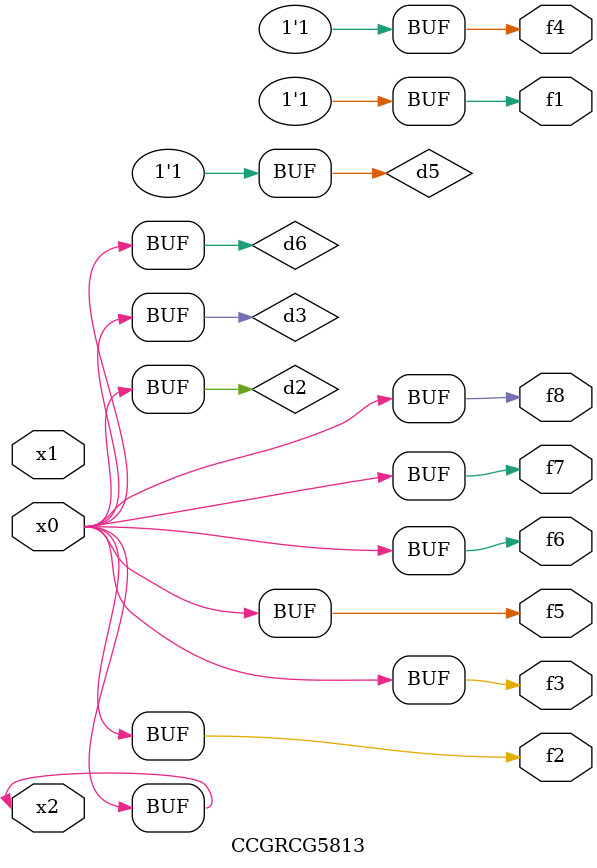
<source format=v>
module CCGRCG5813(
	input x0, x1, x2,
	output f1, f2, f3, f4, f5, f6, f7, f8
);

	wire d1, d2, d3, d4, d5, d6;

	xnor (d1, x2);
	buf (d2, x0, x2);
	and (d3, x0);
	xnor (d4, x1, x2);
	nand (d5, d1, d3);
	buf (d6, d2, d3);
	assign f1 = d5;
	assign f2 = d6;
	assign f3 = d6;
	assign f4 = d5;
	assign f5 = d6;
	assign f6 = d6;
	assign f7 = d6;
	assign f8 = d6;
endmodule

</source>
